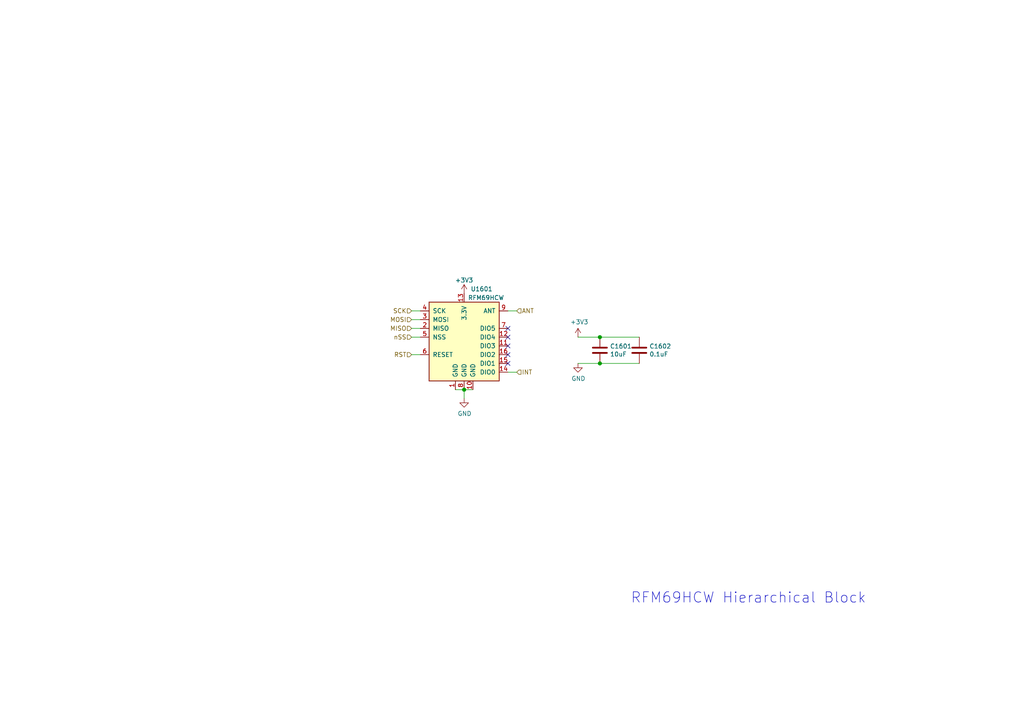
<source format=kicad_sch>
(kicad_sch (version 20210621) (generator eeschema)
  (paper "A4")
  (lib_symbols
    (symbol "Device:C" (pin_numbers hide) (pin_names (offset 0.254))
      (property "Reference" "C" (at 0.635 2.54 0))
      (property "Value" "C" (at 0.635 -2.54 0))
      (symbol "C_0_1"
        (polyline (pts (xy -2.032 -0.762) (xy 2.032 -0.762)) (stroke (width 0.508)))
        (polyline (pts (xy -2.032 0.762) (xy 2.032 0.762)) (stroke (width 0.508)))
      )
      (symbol "C_1_1"
        (pin passive line (at 0 3.81 270) (length 2.794) (name "~") (number "1"))
        (pin passive line (at 0 -3.81 90) (length 2.794) (name "~") (number "2"))
      )
    )
    (symbol "RF_Module:RFM69HCW" (pin_names (offset 1.016))
      (property "Reference" "U" (at -10.414 11.684 0))
      (property "Value" "RFM69HCW" (at 1.524 11.43 0))
      (symbol "RFM69HCW_0_1"
        (rectangle (start -10.16 10.16) (end 10.16 -12.7) (stroke (width 0.254)) (fill (type background)))
      )
      (symbol "RFM69HCW_1_1"
        (pin power_in line (at -2.54 -15.24 90) (length 2.54) (name "GND") (number "1"))
        (pin power_in line (at 2.54 -15.24 90) (length 2.54) (name "GND") (number "10"))
        (pin bidirectional line (at 12.7 -2.54 180) (length 2.54) (name "DIO3") (number "11"))
        (pin bidirectional line (at 12.7 0 180) (length 2.54) (name "DIO4") (number "12"))
        (pin power_in line (at 0 12.7 270) (length 2.54) (name "3.3V") (number "13"))
        (pin bidirectional line (at 12.7 -10.16 180) (length 2.54) (name "DIO0") (number "14"))
        (pin bidirectional line (at 12.7 -7.62 180) (length 2.54) (name "DIO1") (number "15"))
        (pin bidirectional line (at 12.7 -5.08 180) (length 2.54) (name "DIO2") (number "16"))
        (pin output line (at -12.7 2.54 0) (length 2.54) (name "MISO") (number "2"))
        (pin input line (at -12.7 5.08 0) (length 2.54) (name "MOSI") (number "3"))
        (pin input line (at -12.7 7.62 0) (length 2.54) (name "SCK") (number "4"))
        (pin input line (at -12.7 0 0) (length 2.54) (name "NSS") (number "5"))
        (pin bidirectional line (at -12.7 -5.08 0) (length 2.54) (name "RESET") (number "6"))
        (pin bidirectional line (at 12.7 2.54 180) (length 2.54) (name "DIO5") (number "7"))
        (pin power_in line (at 0 -15.24 90) (length 2.54) (name "GND") (number "8"))
        (pin bidirectional line (at 12.7 7.62 180) (length 2.54) (name "ANT") (number "9"))
      )
    )
    (symbol "power:+3.3V" (power) (pin_names (offset 0))
      (property "Value" "+3.3V" (at 0 3.556 0))
      (symbol "+3.3V_0_1"
        (polyline (pts (xy -0.762 1.27) (xy 0 2.54)))
        (polyline (pts (xy 0 0) (xy 0 2.54)))
        (polyline (pts (xy 0 2.54) (xy 0.762 1.27)))
      )
      (symbol "+3.3V_1_1"
        (pin power_in line (at 0 0 90) (length 0) hide (name "+3V3") (number "1"))
      )
    )
    (symbol "power:GND" (power) (pin_names (offset 0))
      (property "Value" "GND" (at 0 -3.81 0))
      (symbol "GND_0_1"
        (polyline (pts (xy 0 0) (xy 0 -1.27) (xy 1.27 -1.27) (xy 0 -2.54) (xy -1.27 -1.27) (xy 0 -1.27)))
      )
      (symbol "GND_1_1"
        (pin power_in line (at 0 0 270) (length 0) hide (name "GND") (number "1"))
      )
    )
  )
  (junction (at 134.62 113.03) (diameter 1.016))
  (junction (at 173.99 97.79) (diameter 1.016))
  (junction (at 173.99 105.41) (diameter 1.016))
  (no_connect (at 147.32 95.25))
  (no_connect (at 147.32 97.79))
  (no_connect (at 147.32 100.33))
  (no_connect (at 147.32 102.87))
  (no_connect (at 147.32 105.41))
  (wire (pts (xy 119.38 90.17) (xy 121.92 90.17)))
  (wire (pts (xy 119.38 95.25) (xy 121.92 95.25)))
  (wire (pts (xy 119.38 102.87) (xy 121.92 102.87)))
  (wire (pts (xy 121.92 92.71) (xy 119.38 92.71)))
  (wire (pts (xy 121.92 97.79) (xy 119.38 97.79)))
  (wire (pts (xy 134.62 113.03) (xy 132.08 113.03)))
  (wire (pts (xy 134.62 115.57) (xy 134.62 113.03)))
  (wire (pts (xy 137.16 113.03) (xy 134.62 113.03)))
  (wire (pts (xy 149.86 90.17) (xy 147.32 90.17)))
  (wire (pts (xy 149.86 107.95) (xy 147.32 107.95)))
  (wire (pts (xy 167.64 97.79) (xy 173.99 97.79)))
  (wire (pts (xy 173.99 97.79) (xy 185.42 97.79)))
  (wire (pts (xy 173.99 105.41) (xy 167.64 105.41)))
  (wire (pts (xy 173.99 105.41) (xy 185.42 105.41)))
  (text "RFM69HCW Hierarchical Block\n" (at 182.88 175.26 0) (effects (font (size 2.9972 2.9972)) (justify left bottom)))
  (hierarchical_label "SCK" (shape input) (at 119.38 90.17 180))
  (hierarchical_label "MOSI" (shape input) (at 119.38 92.71 180))
  (hierarchical_label "MISO" (shape input) (at 119.38 95.25 180))
  (hierarchical_label "nSS" (shape input) (at 119.38 97.79 180))
  (hierarchical_label "RST" (shape input) (at 119.38 102.87 180))
  (hierarchical_label "ANT" (shape input) (at 149.86 90.17 0))
  (hierarchical_label "INT" (shape input) (at 149.86 107.95 0))
  (symbol (lib_id "power:+3.3V") (at 134.62 85.09 0) (unit 1)
    (property "Reference" "#PWR01601" (effects hide))
    (property "Value" "+3.3V" (at 134.62 81.28 0))
  )
  (symbol (lib_id "power:+3.3V") (at 167.64 97.79 0) (unit 1)
    (property "Reference" "#PWR01603" (effects hide))
    (property "Value" "+3.3V" (at 168.021 93.3958 0))
  )
  (symbol (lib_id "power:GND") (at 134.62 115.57 0) (unit 1)
    (property "Reference" "#PWR01602" (effects hide))
    (property "Value" "GND" (at 134.747 119.9642 0))
  )
  (symbol (lib_id "power:GND") (at 167.64 105.41 0) (unit 1)
    (property "Reference" "#PWR01604" (effects hide))
    (property "Value" "GND" (at 167.767 109.8042 0))
  )
  (symbol (lib_id "Device:C") (at 173.99 101.6 0) (unit 1)
    (property "Reference" "C1601" (at 176.911 100.4316 0) (effects (justify left)))
    (property "Value" "10uF" (at 176.911 102.743 0) (effects (justify left)))
    (property "Footprint" "Capacitor_SMD:C_0603_1608Metric" (effects hide))
    (property "DIGIKEY" "490-13248-1-ND" (effects hide))
    (property "MANF" "GRM188R6YA106MA73D" (effects hide))
  )
  (symbol (lib_id "Device:C") (at 185.42 101.6 0) (unit 1)
    (property "Reference" "C1602" (at 188.341 100.4316 0) (effects (justify left)))
    (property "Value" "0.1uF" (at 188.341 102.743 0) (effects (justify left)))
    (property "Footprint" "Capacitor_SMD:C_0603_1608Metric" (effects hide))
    (property "DIGIKEY" "399-1100-1-ND" (effects hide))
    (property "MANF" "C0603C104Z3VACTU" (effects hide))
  )
  (symbol (lib_id "RF_Module:RFM69HCW") (at 134.62 97.79 0) (unit 1)
    (property "Reference" "U1601" (at 139.7 83.82 0))
    (property "Value" "RFM69HCW" (at 140.97 86.36 0))
    (property "Footprint" "RF_Module:HOPERF_RFM69HW" (effects hide))
    (property "Datasheet" "https://www.hoperf.com/data/upload/portal/20181127/5bfcb8284d838.pdf" (effects hide))
    (property "DIGIKEY" "RFM69HW-433S2" (effects hide))
    (property "MANF" "RFM69HW-433S2-ND" (effects hide))
  )
)
</source>
